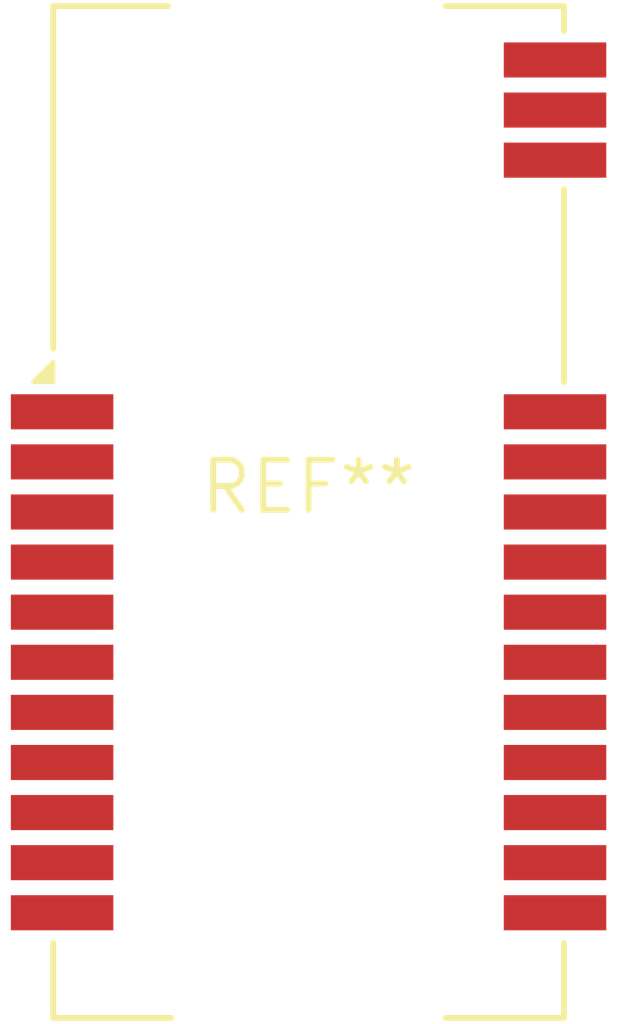
<source format=kicad_pcb>
(kicad_pcb (version 20240108) (generator pcbnew)
  (layers (0 "F.Cu" signal) (31 "B.Cu" signal) (34 "B.Paste" user) (35 "F.Paste" user) (36 "B.SilkS" user "B.Silkscreen") (37 "F.SilkS" user "F.Silkscreen") (38 "B.Mask" user) (39 "F.Mask" user) (44 "Edge.Cuts" user))
  (net 0 "")
  (footprint "TD1208" (layer "F.Cu") (at 0 0)
    (property "Reference" "REF**")
    (property "Value" "TD1208")
    (fp_line (start -6.477 -12.192) (end -6.477 -3.5) (layer "F.SilkS") (stroke (width 0.15)))
    (fp_line (start -6.477 -12.192) (end -3.556 -12.192) (layer "F.SilkS") (stroke (width 0.15)))
    (fp_line (start -6.477 11.557) (end -6.477 13.462) (layer "F.SilkS") (stroke (width 0.15)))
    (fp_line (start -6.477 13.462) (end -3.477 13.462) (layer "F.SilkS") (stroke (width 0.15)))
    (fp_line (start 6.477 -12.192) (end 3.477 -12.192) (layer "F.SilkS") (stroke (width 0.15)))
    (fp_line (start 6.477 -12.192) (end 6.477 -11.557) (layer "F.SilkS") (stroke (width 0.15)))
    (fp_line (start 6.477 -7.55) (end 6.477 -2.65) (layer "F.SilkS") (stroke (width 0.15)))
    (fp_line (start 6.477 11.557) (end 6.477 13.462) (layer "F.SilkS") (stroke (width 0.15)))
    (fp_line (start 6.477 13.462) (end 3.477 13.462) (layer "F.SilkS") (stroke (width 0.15)))
    (fp_poly (pts (xy -6.477 -2.667) (xy -6.977 -2.667) (xy -6.477 -3.167) (xy -6.477 -2.667)) (layer "F.SilkS") (stroke (width 0.12)) (fill solid))
    (pad "1" smd rect (at -6.25 -1.905) (size 2.6 0.89) (layers "F.Cu" "F.Paste" "F.Mask"))
    (pad "2" smd rect (at -6.25 -0.635) (size 2.6 0.89) (layers "F.Cu" "F.Paste" "F.Mask"))
    (pad "3" smd rect (at -6.25 0.635) (size 2.6 0.89) (layers "F.Cu" "F.Paste" "F.Mask"))
    (pad "4" smd rect (at -6.25 1.905) (size 2.6 0.89) (layers "F.Cu" "F.Paste" "F.Mask"))
    (pad "5" smd rect (at -6.25 3.175) (size 2.6 0.89) (layers "F.Cu" "F.Paste" "F.Mask"))
    (pad "6" smd rect (at -6.25 4.445) (size 2.6 0.89) (layers "F.Cu" "F.Paste" "F.Mask"))
    (pad "7" smd rect (at -6.25 5.715) (size 2.6 0.89) (layers "F.Cu" "F.Paste" "F.Mask"))
    (pad "8" smd rect (at -6.25 6.985) (size 2.6 0.89) (layers "F.Cu" "F.Paste" "F.Mask"))
    (pad "9" smd rect (at -6.25 8.255) (size 2.6 0.89) (layers "F.Cu" "F.Paste" "F.Mask"))
    (pad "10" smd rect (at -6.25 9.525) (size 2.6 0.89) (layers "F.Cu" "F.Paste" "F.Mask"))
    (pad "11" smd rect (at -6.25 10.795) (size 2.6 0.89) (layers "F.Cu" "F.Paste" "F.Mask"))
    (pad "12" smd rect (at 6.25 10.795) (size 2.6 0.89) (layers "F.Cu" "F.Paste" "F.Mask"))
    (pad "13" smd rect (at 6.25 9.525) (size 2.6 0.89) (layers "F.Cu" "F.Paste" "F.Mask"))
    (pad "14" smd rect (at 6.25 8.255) (size 2.6 0.89) (layers "F.Cu" "F.Paste" "F.Mask"))
    (pad "15" smd rect (at 6.25 6.985) (size 2.6 0.89) (layers "F.Cu" "F.Paste" "F.Mask"))
    (pad "16" smd rect (at 6.25 5.715) (size 2.6 0.89) (layers "F.Cu" "F.Paste" "F.Mask"))
    (pad "17" smd rect (at 6.25 4.445) (size 2.6 0.89) (layers "F.Cu" "F.Paste" "F.Mask"))
    (pad "18" smd rect (at 6.25 3.175) (size 2.6 0.89) (layers "F.Cu" "F.Paste" "F.Mask"))
    (pad "19" smd rect (at 6.25 1.905) (size 2.6 0.89) (layers "F.Cu" "F.Paste" "F.Mask"))
    (pad "20" smd rect (at 6.25 0.635) (size 2.6 0.89) (layers "F.Cu" "F.Paste" "F.Mask"))
    (pad "21" smd rect (at 6.25 -0.635) (size 2.6 0.89) (layers "F.Cu" "F.Paste" "F.Mask"))
    (pad "22" smd rect (at 6.25 -1.905) (size 2.6 0.89) (layers "F.Cu" "F.Paste" "F.Mask"))
    (pad "23" smd rect (at 6.25 -8.285) (size 2.6 0.89) (layers "F.Cu" "F.Paste" "F.Mask"))
    (pad "24" smd rect (at 6.25 -9.555) (size 2.6 0.89) (layers "F.Cu" "F.Paste" "F.Mask"))
    (pad "25" smd rect (at 6.25 -10.825) (size 2.6 0.89) (layers "F.Cu" "F.Paste" "F.Mask"))
  )
)
</source>
